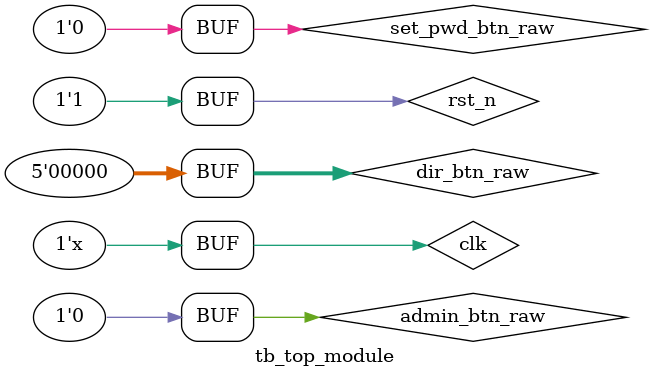
<source format=v>
`timescale 1ns / 1ps


module tb_top_module();
reg clk;
reg rst_n;
reg [4:0]dir_btn_raw=0;
reg admin_btn_raw=0;
reg set_pwd_btn_raw=0;
wire [15:0]led16;
wire [2:0]RGB_led_1;
wire [2:0]RGB_led_2;
wire [7:0]seg_sel;
wire [7:0]tube_sel;

always #5 clk=~clk; //100MHz时钟
parameter t_25ms = 25_000_000;
// parameter t_25ms = 25_000_000;
parameter t_10s = 400*t_25ms;
parameter t_20s = 2*t_10s;

//按下按钮task
task    press_mid;
begin
    #t_25ms dir_btn_raw[0]=1;
    #t_25ms dir_btn_raw[0]=0;
end
endtask
task    press_up;
begin
    #t_25ms dir_btn_raw[2]=1;
    #t_25ms dir_btn_raw[2]=0;
end
endtask
task    press_down;
begin
    #t_25ms dir_btn_raw[1]=1;
    #t_25ms dir_btn_raw[1]=0;
end
endtask
task    press_left;
begin
    #t_25ms dir_btn_raw[4]=1;
    #t_25ms dir_btn_raw[4]=0;
end
endtask
task    press_right;
begin
    #t_25ms dir_btn_raw[3]=1;
    #t_25ms dir_btn_raw[3]=0;
end
endtask
task    press_set_pwd;
begin
    #t_25ms set_pwd_btn_raw=1;
    #t_25ms set_pwd_btn_raw=0;
end
endtask
task    press_admin_btn;
begin
    #t_25ms admin_btn_raw=1;
    #t_25ms admin_btn_raw=0;
end
endtask
task input_pwd9999;
begin
    press_mid;
    press_down;
    press_right;

    press_down;
    press_right;

    press_down;
    press_right;

    press_down;
    press_right;

    press_mid;
end
endtask


initial begin
    clk=0;
    rst_n = 0;
    #500 rst_n =1;
    dir_btn_raw=5'b00000;
    admin_btn_raw=0;
    set_pwd_btn_raw=0;//s_wait
    //此时数码管应显示LOCK,LED应全部熄灭

    //测试自动休眠
    press_mid;
    press_right;
    #t_10s       //3us,应自动返回

    //输入密码0000，设置密码用缺省密码0000，正确
    press_mid;
    press_right;

    press_up;
    press_down;
    press_right;

    press_right;
    press_left;
    press_left;
    press_left;

    press_right;
    press_right;
    press_right;
    press_right;

    press_mid;

    #t_20s   //6us,应该自动返回

    //接下来设置密码1928
    press_set_pwd;
    press_up;
    press_right;

    press_down;
    press_right;

    press_up;
    press_up;
    press_right;

    press_down;
    press_down;
    press_right;

    press_mid;
    //接下来第1次输错密码
    input_pwd9999;
    #t_25ms
    // $display("1st error! pwd_set=%h,pwd_try=%h,err_cnt=%d",u_top_module.pwd_set,u_top_module.pwd_try,u_top_module.err_cnt);

    press_mid;//应该要再按一次中间按钮，进入输入密码状态
    //接下来第2次输错密码
    input_pwd9999;
    #t_25ms
    // $display("2st error! pwd_set=%h,pwd_try=%h,err_cnt=%d",u_top_module.pwd_set,u_top_module.pwd_try,u_top_module.err_cnt);    

    press_mid;//应该要再按一次中间按钮，进入输入密码状态
    //接下来第3次输错密码
    input_pwd9999;
    #t_25ms
    // $display("3st error! pwd_set=%h,pwd_try=%h,err_cnt=%d",u_top_module.pwd_set,u_top_module.pwd_try,u_top_module.err_cnt);

    #t_20s   //6us,但不应该自动返回
    press_admin_btn;    //消除报警
    #t_25ms;
    // $display("clear warning! pwd_set=%h,pwd_try=%h,err_cnt=%d",u_top_module.pwd_set,u_top_module.pwd_try,u_top_module.err_cnt);




end

// initial begin
//     $monitor("Middle key change to value %d at the time %t.", dir_btn_raw[0], $time);
//     $monitor("left key change to value %d at the time %t.", dir_btn_raw[4], $time);
// end
Top_module #(
    .u_silent10_time_cnt (100),
    .u_silent10_clk10ms_max(0),
    .u_silent10_clk20ms_max(1),
    .u_silent20_time_cnt(200),
    .u_silent20_clk10ms_max(0),
    .u_silent20_clk20ms_max(1),
    .u_key_left_cnt4debouncer(5),
    .u_key_right_cnt4debouncer(5),
    .u_key_up_cnt4debouncer(5),
    .u_key_down_cnt4debouncer(5),
    .u_key_mid_cnt4debouncer(5),
    .u_admin_btn_cnt4debouncer(5),
    .u_set_pwd_btn_cnt4debouncer(5),
    .u_display_u_seg_all_one_dis_t(10),
    .u_display_u_LED_16_cnt_max4_blink(0.5),
    .u_display_u_LED_16_min_s4breath(9),
    .u_display_u_LED_16_T_10ms4breath(9)
)u_top_module 
(
    .clk(clk),
    .rst_n(rst_n),
    .dir_btn_raw(dir_btn_raw),  
    .admin_btn_raw(admin_btn_raw), 
    .set_pwd_btn_raw(set_pwd_btn_raw), 
    .led16(led16),
    .RGB_led_1(RGB_led_1),
    .RGB_led_2(RGB_led_2),
    .seg_sel(seg_sel),
    .tube_sel(tube_sel)
);
// defparam u_top_module.u_silent10.time_cnt=100;//等待时间4000ns
// defparam u_top_module.u_silent10.clk10ms_max=0;//20ns
// defparam u_top_module.u_silent10.clk20ms_max=1;//40ns
// defparam u_top_module.u_silent20.time_cnt=200;//等待时间4000ns
// defparam u_top_module.u_silent20.clk10ms_max=0;//20ns
// defparam u_top_module.u_silent20.clk20ms_max=1;//40ns
// defparam u_top_module.u_key_left.cnt4debouncer = 5;
// defparam u_top_module.u_key_right.cnt4debouncer = 5;
// defparam u_top_module.u_key_up.cnt4debouncer = 5;
// defparam u_top_module.u_key_down.cnt4debouncer = 5;
// defparam u_top_module.u_key_mid.cnt4debouncer = 5;
// defparam u_top_module.u_admin_btn.cnt4debouncer = 5;
// defparam u_top_module.u_set_pwd_btn.cnt4debouncer = 5;
// defparam u_top_module.u_display.u_seg_all.one_dis_t=10;
// defparam u_top_module.u_display.u_LED_16.cnt_max4_blink=0.5;     //闪烁参数:50ns变一次状态
// defparam u_top_module.u_display.u_LED_16.min_s4breath=9;         //呼吸灯级数
// defparam u_top_module.u_display.u_LED_16.T_10ms4breath=9;        //呼吸灯每级持续时间.上述2个参数使呼吸灯周期为2*10^2 ns

endmodule

</source>
